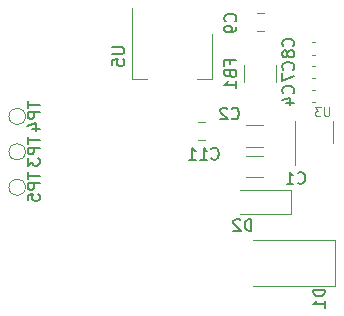
<source format=gbr>
%TF.GenerationSoftware,KiCad,Pcbnew,6.0.2+dfsg-1*%
%TF.CreationDate,2023-10-20T16:05:58+09:00*%
%TF.ProjectId,Hibot_agostiniLuca,4869626f-745f-4616-976f-7374696e694c,rev?*%
%TF.SameCoordinates,Original*%
%TF.FileFunction,Legend,Bot*%
%TF.FilePolarity,Positive*%
%FSLAX46Y46*%
G04 Gerber Fmt 4.6, Leading zero omitted, Abs format (unit mm)*
G04 Created by KiCad (PCBNEW 6.0.2+dfsg-1) date 2023-10-20 16:05:58*
%MOMM*%
%LPD*%
G01*
G04 APERTURE LIST*
%ADD10C,0.150000*%
%ADD11C,0.100000*%
%ADD12C,0.120000*%
G04 APERTURE END LIST*
D10*
%TO.C,TP3*%
X128300380Y-98338095D02*
X128300380Y-98909523D01*
X129300380Y-98623809D02*
X128300380Y-98623809D01*
X129300380Y-99242857D02*
X128300380Y-99242857D01*
X128300380Y-99623809D01*
X128348000Y-99719047D01*
X128395619Y-99766666D01*
X128490857Y-99814285D01*
X128633714Y-99814285D01*
X128728952Y-99766666D01*
X128776571Y-99719047D01*
X128824190Y-99623809D01*
X128824190Y-99242857D01*
X128300380Y-100147619D02*
X128300380Y-100766666D01*
X128681333Y-100433333D01*
X128681333Y-100576190D01*
X128728952Y-100671428D01*
X128776571Y-100719047D01*
X128871809Y-100766666D01*
X129109904Y-100766666D01*
X129205142Y-100719047D01*
X129252761Y-100671428D01*
X129300380Y-100576190D01*
X129300380Y-100290476D01*
X129252761Y-100195238D01*
X129205142Y-100147619D01*
%TO.C,D1*%
X153452380Y-111261904D02*
X152452380Y-111261904D01*
X152452380Y-111500000D01*
X152500000Y-111642857D01*
X152595238Y-111738095D01*
X152690476Y-111785714D01*
X152880952Y-111833333D01*
X153023809Y-111833333D01*
X153214285Y-111785714D01*
X153309523Y-111738095D01*
X153404761Y-111642857D01*
X153452380Y-111500000D01*
X153452380Y-111261904D01*
X153452380Y-112785714D02*
X153452380Y-112214285D01*
X153452380Y-112500000D02*
X152452380Y-112500000D01*
X152595238Y-112404761D01*
X152690476Y-112309523D01*
X152738095Y-112214285D01*
%TO.C,C8*%
X150757142Y-90633333D02*
X150804761Y-90585714D01*
X150852380Y-90442857D01*
X150852380Y-90347619D01*
X150804761Y-90204761D01*
X150709523Y-90109523D01*
X150614285Y-90061904D01*
X150423809Y-90014285D01*
X150280952Y-90014285D01*
X150090476Y-90061904D01*
X149995238Y-90109523D01*
X149900000Y-90204761D01*
X149852380Y-90347619D01*
X149852380Y-90442857D01*
X149900000Y-90585714D01*
X149947619Y-90633333D01*
X150280952Y-91204761D02*
X150233333Y-91109523D01*
X150185714Y-91061904D01*
X150090476Y-91014285D01*
X150042857Y-91014285D01*
X149947619Y-91061904D01*
X149900000Y-91109523D01*
X149852380Y-91204761D01*
X149852380Y-91395238D01*
X149900000Y-91490476D01*
X149947619Y-91538095D01*
X150042857Y-91585714D01*
X150090476Y-91585714D01*
X150185714Y-91538095D01*
X150233333Y-91490476D01*
X150280952Y-91395238D01*
X150280952Y-91204761D01*
X150328571Y-91109523D01*
X150376190Y-91061904D01*
X150471428Y-91014285D01*
X150661904Y-91014285D01*
X150757142Y-91061904D01*
X150804761Y-91109523D01*
X150852380Y-91204761D01*
X150852380Y-91395238D01*
X150804761Y-91490476D01*
X150757142Y-91538095D01*
X150661904Y-91585714D01*
X150471428Y-91585714D01*
X150376190Y-91538095D01*
X150328571Y-91490476D01*
X150280952Y-91395238D01*
%TO.C,U5*%
X135452380Y-90738095D02*
X136261904Y-90738095D01*
X136357142Y-90785714D01*
X136404761Y-90833333D01*
X136452380Y-90928571D01*
X136452380Y-91119047D01*
X136404761Y-91214285D01*
X136357142Y-91261904D01*
X136261904Y-91309523D01*
X135452380Y-91309523D01*
X135452380Y-92261904D02*
X135452380Y-91785714D01*
X135928571Y-91738095D01*
X135880952Y-91785714D01*
X135833333Y-91880952D01*
X135833333Y-92119047D01*
X135880952Y-92214285D01*
X135928571Y-92261904D01*
X136023809Y-92309523D01*
X136261904Y-92309523D01*
X136357142Y-92261904D01*
X136404761Y-92214285D01*
X136452380Y-92119047D01*
X136452380Y-91880952D01*
X136404761Y-91785714D01*
X136357142Y-91738095D01*
%TO.C,FB1*%
X145428571Y-92166666D02*
X145428571Y-91833333D01*
X145952380Y-91833333D02*
X144952380Y-91833333D01*
X144952380Y-92309523D01*
X145428571Y-93023809D02*
X145476190Y-93166666D01*
X145523809Y-93214285D01*
X145619047Y-93261904D01*
X145761904Y-93261904D01*
X145857142Y-93214285D01*
X145904761Y-93166666D01*
X145952380Y-93071428D01*
X145952380Y-92690476D01*
X144952380Y-92690476D01*
X144952380Y-93023809D01*
X145000000Y-93119047D01*
X145047619Y-93166666D01*
X145142857Y-93214285D01*
X145238095Y-93214285D01*
X145333333Y-93166666D01*
X145380952Y-93119047D01*
X145428571Y-93023809D01*
X145428571Y-92690476D01*
X145952380Y-94214285D02*
X145952380Y-93642857D01*
X145952380Y-93928571D02*
X144952380Y-93928571D01*
X145095238Y-93833333D01*
X145190476Y-93738095D01*
X145238095Y-93642857D01*
%TO.C,C2*%
X145566666Y-96757142D02*
X145614285Y-96804761D01*
X145757142Y-96852380D01*
X145852380Y-96852380D01*
X145995238Y-96804761D01*
X146090476Y-96709523D01*
X146138095Y-96614285D01*
X146185714Y-96423809D01*
X146185714Y-96280952D01*
X146138095Y-96090476D01*
X146090476Y-95995238D01*
X145995238Y-95900000D01*
X145852380Y-95852380D01*
X145757142Y-95852380D01*
X145614285Y-95900000D01*
X145566666Y-95947619D01*
X145185714Y-95947619D02*
X145138095Y-95900000D01*
X145042857Y-95852380D01*
X144804761Y-95852380D01*
X144709523Y-95900000D01*
X144661904Y-95947619D01*
X144614285Y-96042857D01*
X144614285Y-96138095D01*
X144661904Y-96280952D01*
X145233333Y-96852380D01*
X144614285Y-96852380D01*
%TO.C,C4*%
X150757142Y-94633333D02*
X150804761Y-94585714D01*
X150852380Y-94442857D01*
X150852380Y-94347619D01*
X150804761Y-94204761D01*
X150709523Y-94109523D01*
X150614285Y-94061904D01*
X150423809Y-94014285D01*
X150280952Y-94014285D01*
X150090476Y-94061904D01*
X149995238Y-94109523D01*
X149900000Y-94204761D01*
X149852380Y-94347619D01*
X149852380Y-94442857D01*
X149900000Y-94585714D01*
X149947619Y-94633333D01*
X150185714Y-95490476D02*
X150852380Y-95490476D01*
X149804761Y-95252380D02*
X150519047Y-95014285D01*
X150519047Y-95633333D01*
%TO.C,D2*%
X147238095Y-106302380D02*
X147238095Y-105302380D01*
X147000000Y-105302380D01*
X146857142Y-105350000D01*
X146761904Y-105445238D01*
X146714285Y-105540476D01*
X146666666Y-105730952D01*
X146666666Y-105873809D01*
X146714285Y-106064285D01*
X146761904Y-106159523D01*
X146857142Y-106254761D01*
X147000000Y-106302380D01*
X147238095Y-106302380D01*
X146285714Y-105397619D02*
X146238095Y-105350000D01*
X146142857Y-105302380D01*
X145904761Y-105302380D01*
X145809523Y-105350000D01*
X145761904Y-105397619D01*
X145714285Y-105492857D01*
X145714285Y-105588095D01*
X145761904Y-105730952D01*
X146333333Y-106302380D01*
X145714285Y-106302380D01*
%TO.C,C1*%
X151166666Y-102207142D02*
X151214285Y-102254761D01*
X151357142Y-102302380D01*
X151452380Y-102302380D01*
X151595238Y-102254761D01*
X151690476Y-102159523D01*
X151738095Y-102064285D01*
X151785714Y-101873809D01*
X151785714Y-101730952D01*
X151738095Y-101540476D01*
X151690476Y-101445238D01*
X151595238Y-101350000D01*
X151452380Y-101302380D01*
X151357142Y-101302380D01*
X151214285Y-101350000D01*
X151166666Y-101397619D01*
X150214285Y-102302380D02*
X150785714Y-102302380D01*
X150500000Y-102302380D02*
X150500000Y-101302380D01*
X150595238Y-101445238D01*
X150690476Y-101540476D01*
X150785714Y-101588095D01*
%TO.C,TP5*%
X128300380Y-101338095D02*
X128300380Y-101909523D01*
X129300380Y-101623809D02*
X128300380Y-101623809D01*
X129300380Y-102242857D02*
X128300380Y-102242857D01*
X128300380Y-102623809D01*
X128348000Y-102719047D01*
X128395619Y-102766666D01*
X128490857Y-102814285D01*
X128633714Y-102814285D01*
X128728952Y-102766666D01*
X128776571Y-102719047D01*
X128824190Y-102623809D01*
X128824190Y-102242857D01*
X128300380Y-103719047D02*
X128300380Y-103242857D01*
X128776571Y-103195238D01*
X128728952Y-103242857D01*
X128681333Y-103338095D01*
X128681333Y-103576190D01*
X128728952Y-103671428D01*
X128776571Y-103719047D01*
X128871809Y-103766666D01*
X129109904Y-103766666D01*
X129205142Y-103719047D01*
X129252761Y-103671428D01*
X129300380Y-103576190D01*
X129300380Y-103338095D01*
X129252761Y-103242857D01*
X129205142Y-103195238D01*
%TO.C,C11*%
X143842857Y-100157142D02*
X143890476Y-100204761D01*
X144033333Y-100252380D01*
X144128571Y-100252380D01*
X144271428Y-100204761D01*
X144366666Y-100109523D01*
X144414285Y-100014285D01*
X144461904Y-99823809D01*
X144461904Y-99680952D01*
X144414285Y-99490476D01*
X144366666Y-99395238D01*
X144271428Y-99300000D01*
X144128571Y-99252380D01*
X144033333Y-99252380D01*
X143890476Y-99300000D01*
X143842857Y-99347619D01*
X142890476Y-100252380D02*
X143461904Y-100252380D01*
X143176190Y-100252380D02*
X143176190Y-99252380D01*
X143271428Y-99395238D01*
X143366666Y-99490476D01*
X143461904Y-99538095D01*
X141938095Y-100252380D02*
X142509523Y-100252380D01*
X142223809Y-100252380D02*
X142223809Y-99252380D01*
X142319047Y-99395238D01*
X142414285Y-99490476D01*
X142509523Y-99538095D01*
%TO.C,TP4*%
X128300380Y-95338095D02*
X128300380Y-95909523D01*
X129300380Y-95623809D02*
X128300380Y-95623809D01*
X129300380Y-96242857D02*
X128300380Y-96242857D01*
X128300380Y-96623809D01*
X128348000Y-96719047D01*
X128395619Y-96766666D01*
X128490857Y-96814285D01*
X128633714Y-96814285D01*
X128728952Y-96766666D01*
X128776571Y-96719047D01*
X128824190Y-96623809D01*
X128824190Y-96242857D01*
X128633714Y-97671428D02*
X129300380Y-97671428D01*
X128252761Y-97433333D02*
X128967047Y-97195238D01*
X128967047Y-97814285D01*
%TO.C,C7*%
X150757142Y-92633333D02*
X150804761Y-92585714D01*
X150852380Y-92442857D01*
X150852380Y-92347619D01*
X150804761Y-92204761D01*
X150709523Y-92109523D01*
X150614285Y-92061904D01*
X150423809Y-92014285D01*
X150280952Y-92014285D01*
X150090476Y-92061904D01*
X149995238Y-92109523D01*
X149900000Y-92204761D01*
X149852380Y-92347619D01*
X149852380Y-92442857D01*
X149900000Y-92585714D01*
X149947619Y-92633333D01*
X149852380Y-92966666D02*
X149852380Y-93633333D01*
X150852380Y-93204761D01*
D11*
%TO.C,U3*%
X153821428Y-95839285D02*
X153821428Y-96446428D01*
X153785714Y-96517857D01*
X153750000Y-96553571D01*
X153678571Y-96589285D01*
X153535714Y-96589285D01*
X153464285Y-96553571D01*
X153428571Y-96517857D01*
X153392857Y-96446428D01*
X153392857Y-95839285D01*
X153107142Y-95839285D02*
X152642857Y-95839285D01*
X152892857Y-96125000D01*
X152785714Y-96125000D01*
X152714285Y-96160714D01*
X152678571Y-96196428D01*
X152642857Y-96267857D01*
X152642857Y-96446428D01*
X152678571Y-96517857D01*
X152714285Y-96553571D01*
X152785714Y-96589285D01*
X153000000Y-96589285D01*
X153071428Y-96553571D01*
X153107142Y-96517857D01*
D10*
%TO.C,C9*%
X145857142Y-88533333D02*
X145904761Y-88485714D01*
X145952380Y-88342857D01*
X145952380Y-88247619D01*
X145904761Y-88104761D01*
X145809523Y-88009523D01*
X145714285Y-87961904D01*
X145523809Y-87914285D01*
X145380952Y-87914285D01*
X145190476Y-87961904D01*
X145095238Y-88009523D01*
X145000000Y-88104761D01*
X144952380Y-88247619D01*
X144952380Y-88342857D01*
X145000000Y-88485714D01*
X145047619Y-88533333D01*
X145952380Y-89009523D02*
X145952380Y-89200000D01*
X145904761Y-89295238D01*
X145857142Y-89342857D01*
X145714285Y-89438095D01*
X145523809Y-89485714D01*
X145142857Y-89485714D01*
X145047619Y-89438095D01*
X145000000Y-89390476D01*
X144952380Y-89295238D01*
X144952380Y-89104761D01*
X145000000Y-89009523D01*
X145047619Y-88961904D01*
X145142857Y-88914285D01*
X145380952Y-88914285D01*
X145476190Y-88961904D01*
X145523809Y-89009523D01*
X145571428Y-89104761D01*
X145571428Y-89295238D01*
X145523809Y-89390476D01*
X145476190Y-89438095D01*
X145380952Y-89485714D01*
D12*
%TO.C,TP3*%
X128100000Y-99600000D02*
G75*
G03*
X128100000Y-99600000I-700000J0D01*
G01*
%TO.C,D1*%
X147350000Y-107065000D02*
X154335000Y-107065000D01*
X154335000Y-110935000D02*
X147350000Y-110935000D01*
X154335000Y-107065000D02*
X154335000Y-110935000D01*
%TO.C,C8*%
X152359420Y-90340000D02*
X152640580Y-90340000D01*
X152359420Y-91360000D02*
X152640580Y-91360000D01*
%TO.C,U5*%
X143910000Y-93410000D02*
X142650000Y-93410000D01*
X137090000Y-93410000D02*
X138350000Y-93410000D01*
X137090000Y-87400000D02*
X137090000Y-93410000D01*
X143910000Y-89650000D02*
X143910000Y-93410000D01*
%TO.C,FB1*%
X146645000Y-93723737D02*
X146645000Y-92276263D01*
X149355000Y-93723737D02*
X149355000Y-92276263D01*
%TO.C,C2*%
X148211252Y-99160000D02*
X146788748Y-99160000D01*
X148211252Y-97340000D02*
X146788748Y-97340000D01*
%TO.C,C4*%
X152359420Y-94340000D02*
X152640580Y-94340000D01*
X152359420Y-95360000D02*
X152640580Y-95360000D01*
%TO.C,D2*%
X150550000Y-102850000D02*
X150550000Y-104850000D01*
X150550000Y-104850000D02*
X146250000Y-104850000D01*
X146250000Y-102850000D02*
X150550000Y-102850000D01*
%TO.C,C1*%
X148236252Y-99940000D02*
X146813748Y-99940000D01*
X148236252Y-101760000D02*
X146813748Y-101760000D01*
%TO.C,TP5*%
X128100000Y-102600000D02*
G75*
G03*
X128100000Y-102600000I-700000J0D01*
G01*
%TO.C,C11*%
X143261252Y-97115000D02*
X142738748Y-97115000D01*
X143261252Y-98585000D02*
X142738748Y-98585000D01*
%TO.C,TP4*%
X128100000Y-96600000D02*
G75*
G03*
X128100000Y-96600000I-700000J0D01*
G01*
%TO.C,C7*%
X152359420Y-92340000D02*
X152640580Y-92340000D01*
X152359420Y-93360000D02*
X152640580Y-93360000D01*
%TO.C,U3*%
X150890000Y-100750000D02*
X150890000Y-96950000D01*
X154110000Y-98850000D02*
X154110000Y-96950000D01*
%TO.C,C9*%
X148261252Y-89335000D02*
X147738748Y-89335000D01*
X148261252Y-87865000D02*
X147738748Y-87865000D01*
%TD*%
M02*

</source>
